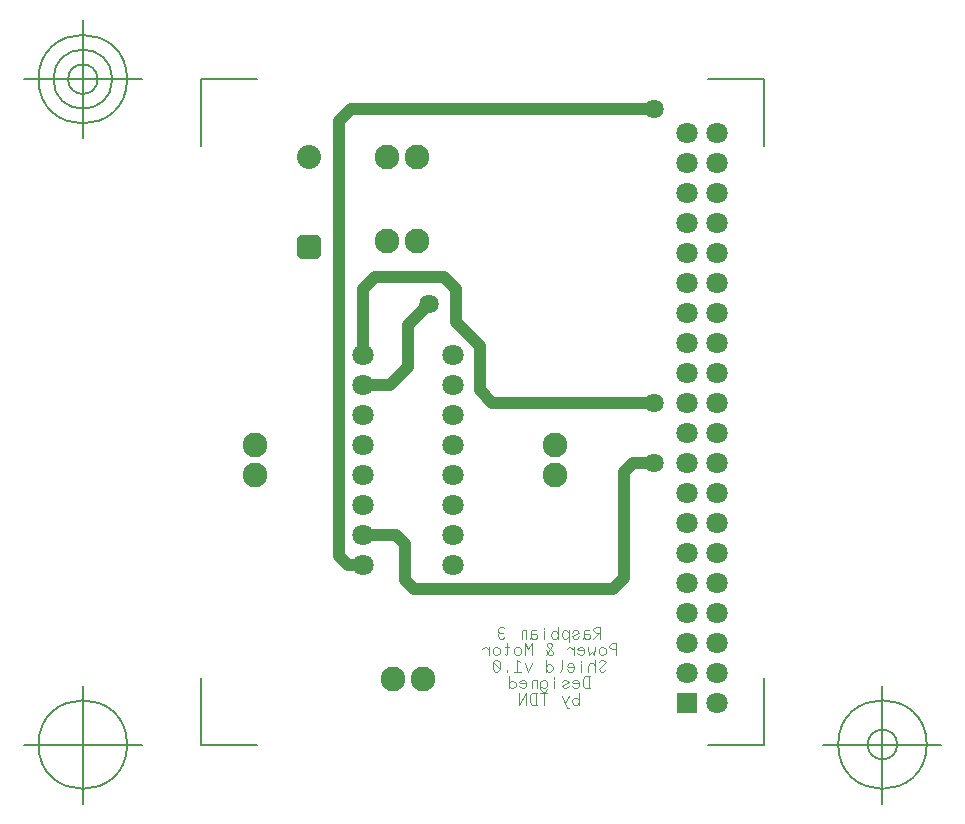
<source format=gbr>
G04 Generated by Ultiboard 14.0 *
%FSLAX34Y34*%
%MOMM*%

%ADD10C,0.0001*%
%ADD11C,1.0160*%
%ADD12C,0.0933*%
%ADD13C,0.1270*%
%ADD14C,1.6350*%
%ADD15C,1.8034*%
%ADD16R,1.8034X1.8034*%
%ADD17C,2.0954*%
%ADD18R,1.1854X1.1854*%
%ADD19C,0.8466*%
%ADD20C,2.0320*%


G04 ColorRGB 0000FF for the following layer *
%LNCopper Bottom*%
%LPD*%
G54D10*
G54D11*
X-109220Y-137160D02*
X-96520Y-137160D01*
X-116840Y-129540D02*
X-109220Y-137160D01*
X-116840Y238760D02*
X-116840Y-129540D01*
X132080Y-50800D02*
X124460Y-58420D01*
X115352Y-157480D02*
X-43180Y-157480D01*
X124460Y-58420D02*
X124460Y-148372D01*
X115352Y-157480D01*
X-53340Y-157480D02*
X-43180Y-157480D01*
X-60960Y-149860D02*
X-53340Y-157480D01*
X-68580Y-111760D02*
X-60960Y-119380D01*
X-96520Y-111760D02*
X-68580Y-111760D01*
X-60960Y-119380D02*
X-60960Y-149860D01*
X-106680Y248920D02*
X-116840Y238760D01*
X-17780Y68580D02*
X2540Y48260D01*
X2540Y10904D02*
X13444Y0D01*
X2540Y48260D02*
X2540Y10904D01*
X13444Y0D02*
X149860Y0D01*
X149860Y-50800D02*
X132080Y-50800D01*
X149860Y248920D02*
X-106680Y248920D01*
X-73660Y15240D02*
X-96520Y15240D01*
X-27940Y106680D02*
X-17780Y96520D01*
X-17780Y68580D01*
X-86360Y106680D02*
X-96520Y96520D01*
X-96520Y40640D01*
X-27940Y106680D02*
X-86360Y106680D01*
X-58420Y66040D02*
X-58420Y30480D01*
X-73660Y15240D01*
X-58420Y66040D02*
X-40640Y83820D01*
G54D12*
X104764Y-199520D02*
X104764Y-189520D01*
X100782Y-189520D01*
X98791Y-191520D01*
X98791Y-192520D01*
X100782Y-194520D01*
X104764Y-194520D01*
X103769Y-194520D02*
X98791Y-199520D01*
X94809Y-192520D02*
X91822Y-192520D01*
X90827Y-193520D01*
X90827Y-198520D01*
X91822Y-199520D01*
X94809Y-199520D01*
X95804Y-198520D01*
X95804Y-196520D01*
X94809Y-195520D01*
X90827Y-195520D01*
X90827Y-198520D02*
X89831Y-199520D01*
X86844Y-197520D02*
X84853Y-199520D01*
X82862Y-199520D01*
X80871Y-197520D01*
X86844Y-194520D01*
X84853Y-192520D01*
X82862Y-192520D01*
X80871Y-194520D01*
X77884Y-197520D02*
X75893Y-199520D01*
X73902Y-199520D01*
X71911Y-197520D01*
X71911Y-194520D01*
X73902Y-192520D01*
X75893Y-192520D01*
X77884Y-194520D01*
X77884Y-202520D02*
X77884Y-192520D01*
X68924Y-197520D02*
X66933Y-199520D01*
X64942Y-199520D01*
X62951Y-197520D01*
X62951Y-195520D01*
X64942Y-193520D01*
X66933Y-193520D01*
X68924Y-195520D01*
X68924Y-189520D02*
X68924Y-199520D01*
X56978Y-199520D02*
X56978Y-193520D01*
X56978Y-191520D02*
X56978Y-190520D01*
X50009Y-192520D02*
X47022Y-192520D01*
X46027Y-193520D01*
X46027Y-198520D01*
X47022Y-199520D01*
X50009Y-199520D01*
X51004Y-198520D01*
X51004Y-196520D01*
X50009Y-195520D01*
X46027Y-195520D01*
X46027Y-198520D02*
X45031Y-199520D01*
X42044Y-199520D02*
X42044Y-193520D01*
X42044Y-192520D01*
X42044Y-193520D02*
X41049Y-192520D01*
X39058Y-192520D01*
X38062Y-193520D01*
X38062Y-199520D01*
X23129Y-190520D02*
X22133Y-189520D01*
X20142Y-189520D01*
X18151Y-191520D01*
X18151Y-193520D01*
X19147Y-194520D01*
X18151Y-195520D01*
X18151Y-197520D01*
X20142Y-199520D01*
X22133Y-199520D01*
X23129Y-198520D01*
X22133Y-194520D02*
X19147Y-194520D01*
X118204Y-213520D02*
X118204Y-203520D01*
X114222Y-203520D01*
X112231Y-205520D01*
X112231Y-206520D01*
X114222Y-208520D01*
X118204Y-208520D01*
X109244Y-211520D02*
X107253Y-213520D01*
X105262Y-213520D01*
X103271Y-211520D01*
X103271Y-208520D01*
X105262Y-206520D01*
X107253Y-206520D01*
X109244Y-208520D01*
X109244Y-211520D01*
X100284Y-206520D02*
X99289Y-213520D01*
X97298Y-210520D01*
X95307Y-213520D01*
X94311Y-206520D01*
X85351Y-211520D02*
X87342Y-213520D01*
X89333Y-213520D01*
X91324Y-211520D01*
X91324Y-208520D01*
X89333Y-206520D01*
X87342Y-206520D01*
X85351Y-208520D01*
X86347Y-209520D01*
X91324Y-209520D01*
X82364Y-209520D02*
X79378Y-206520D01*
X78382Y-206520D01*
X76391Y-208520D01*
X82364Y-213520D02*
X82364Y-206520D01*
X58471Y-213520D02*
X63449Y-205520D01*
X63449Y-204520D01*
X62453Y-203520D01*
X60462Y-203520D01*
X59467Y-204520D01*
X59467Y-205520D01*
X64444Y-210520D01*
X64444Y-212520D01*
X63449Y-213520D01*
X61458Y-213520D01*
X58471Y-209520D01*
X46524Y-213520D02*
X46524Y-203520D01*
X43538Y-208520D01*
X40551Y-203520D01*
X40551Y-213520D01*
X37564Y-211520D02*
X35573Y-213520D01*
X33582Y-213520D01*
X31591Y-211520D01*
X31591Y-208520D01*
X33582Y-206520D01*
X35573Y-206520D01*
X37564Y-208520D01*
X37564Y-211520D01*
X23627Y-212520D02*
X24622Y-213520D01*
X25618Y-212520D01*
X25618Y-203520D01*
X27609Y-206520D02*
X23627Y-206520D01*
X19644Y-211520D02*
X17653Y-213520D01*
X15662Y-213520D01*
X13671Y-211520D01*
X13671Y-208520D01*
X15662Y-206520D01*
X17653Y-206520D01*
X19644Y-208520D01*
X19644Y-211520D01*
X10684Y-209520D02*
X7698Y-206520D01*
X6702Y-206520D01*
X4711Y-208520D01*
X10684Y-213520D02*
X10684Y-206520D01*
X109244Y-225520D02*
X107253Y-227520D01*
X105262Y-227520D01*
X103271Y-225520D01*
X109244Y-219520D01*
X107253Y-217520D01*
X105262Y-217520D01*
X103271Y-219520D01*
X100284Y-222520D02*
X98293Y-220520D01*
X96302Y-220520D01*
X94311Y-222520D01*
X94311Y-227520D01*
X100284Y-217520D02*
X100284Y-227520D01*
X88338Y-227520D02*
X88338Y-221520D01*
X88338Y-219520D02*
X88338Y-218520D01*
X76391Y-225520D02*
X78382Y-227520D01*
X80373Y-227520D01*
X82364Y-225520D01*
X82364Y-222520D01*
X80373Y-220520D01*
X78382Y-220520D01*
X76391Y-222520D01*
X77387Y-223520D01*
X82364Y-223520D01*
X72409Y-217520D02*
X72409Y-225520D01*
X70418Y-227520D01*
X58471Y-225520D02*
X60462Y-227520D01*
X62453Y-227520D01*
X64444Y-225520D01*
X64444Y-223520D01*
X62453Y-221520D01*
X60462Y-221520D01*
X58471Y-223520D01*
X58471Y-217520D02*
X58471Y-227520D01*
X46524Y-220520D02*
X43538Y-227520D01*
X40551Y-220520D01*
X36569Y-219520D02*
X34578Y-217520D01*
X34578Y-227520D01*
X37564Y-227520D02*
X31591Y-227520D01*
X25618Y-227520D02*
X25618Y-226520D01*
X19644Y-219520D02*
X17653Y-217520D01*
X15662Y-217520D01*
X13671Y-219520D01*
X13671Y-225520D01*
X15662Y-227520D01*
X17653Y-227520D01*
X19644Y-225520D01*
X19644Y-219520D01*
X13671Y-219520D02*
X19644Y-225520D01*
X95804Y-241520D02*
X91822Y-241520D01*
X89831Y-239520D01*
X89831Y-233520D01*
X91822Y-231520D01*
X95804Y-231520D01*
X94809Y-231520D02*
X94809Y-241520D01*
X80871Y-239520D02*
X82862Y-241520D01*
X84853Y-241520D01*
X86844Y-239520D01*
X86844Y-236520D01*
X84853Y-234520D01*
X82862Y-234520D01*
X80871Y-236520D01*
X81867Y-237520D01*
X86844Y-237520D01*
X77884Y-239520D02*
X75893Y-241520D01*
X73902Y-241520D01*
X71911Y-239520D01*
X77884Y-236520D01*
X75893Y-234520D01*
X73902Y-234520D01*
X71911Y-236520D01*
X65938Y-241520D02*
X65938Y-235520D01*
X65938Y-233520D02*
X65938Y-232520D01*
X59964Y-242520D02*
X57973Y-244520D01*
X55982Y-244520D01*
X53991Y-242520D01*
X53991Y-239520D01*
X53991Y-236520D01*
X55982Y-234520D01*
X57973Y-234520D01*
X59964Y-236520D01*
X59964Y-239520D01*
X57973Y-241520D01*
X55982Y-241520D01*
X53991Y-239520D01*
X51004Y-241520D02*
X51004Y-235520D01*
X51004Y-234520D01*
X51004Y-235520D02*
X50009Y-234520D01*
X48018Y-234520D01*
X47022Y-235520D01*
X47022Y-241520D01*
X36071Y-239520D02*
X38062Y-241520D01*
X40053Y-241520D01*
X42044Y-239520D01*
X42044Y-236520D01*
X40053Y-234520D01*
X38062Y-234520D01*
X36071Y-236520D01*
X37067Y-237520D01*
X42044Y-237520D01*
X27111Y-239520D02*
X29102Y-241520D01*
X31093Y-241520D01*
X33084Y-239520D01*
X33084Y-237520D01*
X31093Y-235520D01*
X29102Y-235520D01*
X27111Y-237520D01*
X27111Y-231520D02*
X27111Y-241520D01*
X86844Y-253520D02*
X84853Y-255520D01*
X82862Y-255520D01*
X80871Y-253520D01*
X80871Y-251520D01*
X82862Y-249520D01*
X84853Y-249520D01*
X86844Y-251520D01*
X86844Y-245520D02*
X86844Y-255520D01*
X77884Y-258520D02*
X76889Y-258520D01*
X71911Y-248520D01*
X77884Y-248520D02*
X74898Y-254520D01*
X56978Y-255520D02*
X56978Y-245520D01*
X59964Y-245520D02*
X53991Y-245520D01*
X51004Y-255520D02*
X47022Y-255520D01*
X45031Y-253520D01*
X45031Y-247520D01*
X47022Y-245520D01*
X51004Y-245520D01*
X50009Y-245520D02*
X50009Y-255520D01*
X42044Y-255520D02*
X42044Y-245520D01*
X36071Y-255520D01*
X36071Y-245520D01*
G54D13*
X-233433Y-289306D02*
X-233433Y-232969D01*
X-233433Y-289306D02*
X-185731Y-289306D01*
X243586Y-289306D02*
X195884Y-289306D01*
X243586Y-289306D02*
X243586Y-232969D01*
X243586Y274066D02*
X243586Y217729D01*
X243586Y274066D02*
X195884Y274066D01*
X-233433Y274066D02*
X-185731Y274066D01*
X-233433Y274066D02*
X-233433Y217729D01*
X-283433Y-289306D02*
X-383433Y-289306D01*
X-333433Y-339306D02*
X-333433Y-239306D01*
X-370933Y-289306D02*
G75*
D01*
G02X-370933Y-289306I37500J0*
G01*
X293586Y-289306D02*
X393586Y-289306D01*
X343586Y-339306D02*
X343586Y-239306D01*
X306086Y-289306D02*
G75*
D01*
G02X306086Y-289306I37500J0*
G01*
X331086Y-289306D02*
G75*
D01*
G02X331086Y-289306I12500J0*
G01*
X-283433Y274066D02*
X-383433Y274066D01*
X-333433Y224066D02*
X-333433Y324066D01*
X-370933Y274066D02*
G75*
D01*
G02X-370933Y274066I37500J0*
G01*
X-358433Y274066D02*
G75*
D01*
G02X-358433Y274066I25000J0*
G01*
X-345933Y274066D02*
G75*
D01*
G02X-345933Y274066I12500J0*
G01*
G54D14*
X-40640Y83820D03*
X149860Y0D03*
X149860Y-50800D03*
X149860Y248920D03*
G54D15*
X203200Y-127000D03*
X177800Y-228600D03*
X177800Y-203200D03*
X177800Y-177800D03*
X177800Y-152400D03*
X177800Y-127000D03*
X177800Y-101600D03*
X177800Y-76200D03*
X177800Y-50800D03*
X177800Y-25400D03*
X177800Y0D03*
X177800Y25400D03*
X177800Y50800D03*
X177800Y76200D03*
X177800Y101600D03*
X177800Y127000D03*
X177800Y152400D03*
X177800Y177800D03*
X177800Y203200D03*
X177800Y228600D03*
X203200Y-254000D03*
X203200Y-228600D03*
X203200Y-203200D03*
X203200Y-177800D03*
X203200Y-152400D03*
X203200Y-101600D03*
X203200Y-76200D03*
X203200Y-50800D03*
X203200Y-25400D03*
X203200Y0D03*
X203200Y25400D03*
X203200Y50800D03*
X203200Y76200D03*
X203200Y101600D03*
X203200Y127000D03*
X203200Y152400D03*
X203200Y177800D03*
X203200Y203200D03*
X203200Y228600D03*
X-20320Y-35560D03*
X-96520Y-137160D03*
X-20320Y-86360D03*
X-20320Y-111760D03*
X-20320Y-60960D03*
X-20320Y-10160D03*
X-20320Y15240D03*
X-20320Y40640D03*
X-96520Y15240D03*
X-96520Y-60960D03*
X-96520Y-86360D03*
X-96520Y-111760D03*
X-96520Y-10160D03*
X-96520Y-35560D03*
X-96520Y40640D03*
X-20320Y-137160D03*
G54D16*
X177800Y-254000D03*
G54D17*
X-76200Y208280D03*
X-50800Y208280D03*
X-76200Y137160D03*
X-50800Y137160D03*
X-71120Y-233680D03*
X-45720Y-233680D03*
X66040Y-60960D03*
X66040Y-35560D03*
X-187960Y-60960D03*
X-187960Y-35560D03*
G54D18*
X-142240Y132080D03*
G54D19*
X-148167Y126153D02*
X-136313Y126153D01*
X-136313Y138007D01*
X-148167Y138007D01*
X-148167Y126153D01*D02*
G54D20*
X-142240Y208280D03*

M02*

</source>
